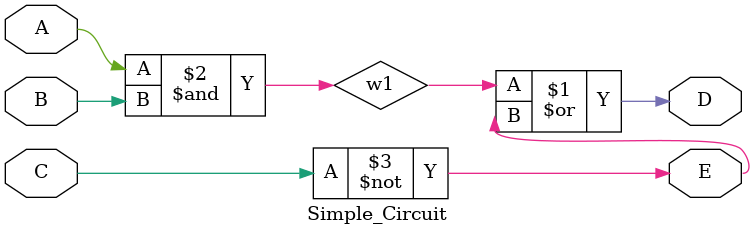
<source format=v>
module	Simple_Circuit(A, B, C, D, E);
	output	D, E;
	input	A, B, C;
	wire	w1;
	
	or		G3(D, w1, E);
	not		G2(E, C);
	and		G1(w1, A, B);
endmodule
</source>
